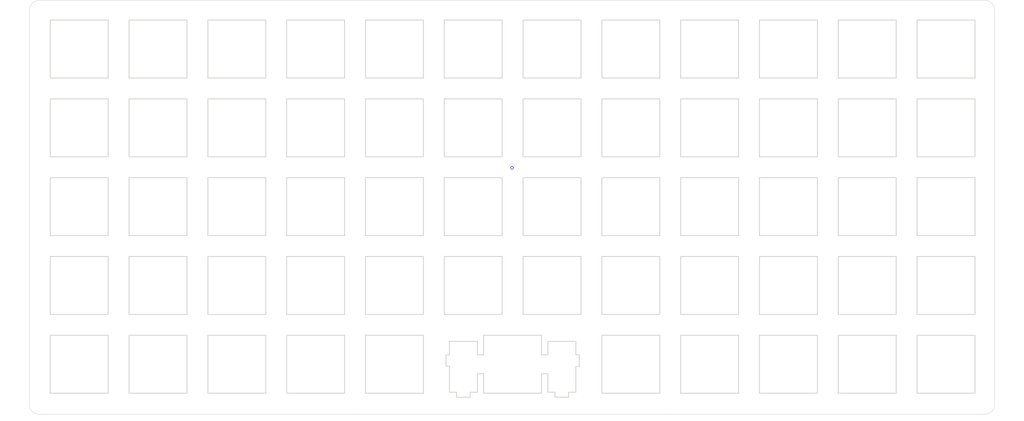
<source format=kicad_pcb>
(kicad_pcb (version 20171130) (host pcbnew "(5.1.9)-1")

  (general
    (thickness 1.6)
    (drawings 276)
    (tracks 1)
    (zones 0)
    (modules 10)
    (nets 1)
  )

  (page A2)
  (layers
    (0 F.Cu signal)
    (31 B.Cu signal)
    (32 B.Adhes user)
    (33 F.Adhes user)
    (34 B.Paste user)
    (35 F.Paste user)
    (36 B.SilkS user)
    (37 F.SilkS user)
    (38 B.Mask user)
    (39 F.Mask user)
    (40 Dwgs.User user)
    (41 Cmts.User user)
    (42 Eco1.User user)
    (43 Eco2.User user)
    (44 Edge.Cuts user)
    (45 Margin user)
    (46 B.CrtYd user)
    (47 F.CrtYd user)
    (48 B.Fab user)
    (49 F.Fab user)
  )

  (setup
    (last_trace_width 0.25)
    (trace_clearance 0.2)
    (zone_clearance 0.508)
    (zone_45_only no)
    (trace_min 0.2)
    (via_size 0.8)
    (via_drill 0.4)
    (via_min_size 0.4)
    (via_min_drill 0.3)
    (uvia_size 0.3)
    (uvia_drill 0.1)
    (uvias_allowed no)
    (uvia_min_size 0.2)
    (uvia_min_drill 0.1)
    (edge_width 0.1)
    (segment_width 0.2)
    (pcb_text_width 0.3)
    (pcb_text_size 1.5 1.5)
    (mod_edge_width 0.15)
    (mod_text_size 1 1)
    (mod_text_width 0.15)
    (pad_size 1.5 1.5)
    (pad_drill 0.6)
    (pad_to_mask_clearance 0)
    (aux_axis_origin 0 0)
    (visible_elements 7FFFF7FF)
    (pcbplotparams
      (layerselection 0x010fc_ffffffff)
      (usegerberextensions false)
      (usegerberattributes false)
      (usegerberadvancedattributes false)
      (creategerberjobfile false)
      (excludeedgelayer true)
      (linewidth 0.100000)
      (plotframeref false)
      (viasonmask false)
      (mode 1)
      (useauxorigin false)
      (hpglpennumber 1)
      (hpglpenspeed 20)
      (hpglpendiameter 15.000000)
      (psnegative false)
      (psa4output false)
      (plotreference true)
      (plotvalue true)
      (plotinvisibletext false)
      (padsonsilk false)
      (subtractmaskfromsilk false)
      (outputformat 1)
      (mirror false)
      (drillshape 0)
      (scaleselection 1)
      (outputdirectory "Gerbers/Top/"))
  )

  (net 0 "")

  (net_class Default "This is the default net class."
    (clearance 0.2)
    (trace_width 0.25)
    (via_dia 0.8)
    (via_drill 0.4)
    (uvia_dia 0.3)
    (uvia_drill 0.1)
  )

  (module MountingHole:MountingHole_2.2mm_M2 (layer F.Cu) (tedit 56D1B4CB) (tstamp 60A2E801)
    (at 121.4463 59.5325)
    (descr "Mounting Hole 2.2mm, no annular, M2")
    (tags "mounting hole 2.2mm no annular m2")
    (attr virtual)
    (fp_text reference REF** (at 0 -3.2) (layer F.SilkS) hide
      (effects (font (size 1 1) (thickness 0.15)))
    )
    (fp_text value MountingHole_2.2mm_M2 (at 0 3.2) (layer F.Fab)
      (effects (font (size 1 1) (thickness 0.15)))
    )
    (fp_circle (center 0 0) (end 2.45 0) (layer F.CrtYd) (width 0.05))
    (fp_circle (center 0 0) (end 2.2 0) (layer Cmts.User) (width 0.15))
    (fp_text user %R (at 0.3 0) (layer F.Fab)
      (effects (font (size 1 1) (thickness 0.15)))
    )
    (pad 1 np_thru_hole circle (at 0 0) (size 2.2 2.2) (drill 2.2) (layers *.Cu *.Mask))
  )

  (module MountingHole:MountingHole_2.2mm_M2 (layer F.Cu) (tedit 56D1B4CB) (tstamp 60A2E826)
    (at 197.6479 59.5325)
    (descr "Mounting Hole 2.2mm, no annular, M2")
    (tags "mounting hole 2.2mm no annular m2")
    (attr virtual)
    (fp_text reference REF** (at 0 -3.2) (layer F.SilkS) hide
      (effects (font (size 1 1) (thickness 0.15)))
    )
    (fp_text value MountingHole_2.2mm_M2 (at 0 3.2) (layer F.Fab)
      (effects (font (size 1 1) (thickness 0.15)))
    )
    (fp_circle (center 0 0) (end 2.45 0) (layer F.CrtYd) (width 0.05))
    (fp_circle (center 0 0) (end 2.2 0) (layer Cmts.User) (width 0.15))
    (fp_text user %R (at 0.3 0) (layer F.Fab)
      (effects (font (size 1 1) (thickness 0.15)))
    )
    (pad 1 np_thru_hole circle (at 0 0) (size 2.2 2.2) (drill 2.2) (layers *.Cu *.Mask))
  )

  (module MountingHole:MountingHole_2.2mm_M2 (layer F.Cu) (tedit 56D1B4CB) (tstamp 60A1CF15)
    (at 273.8495 116.6837)
    (descr "Mounting Hole 2.2mm, no annular, M2")
    (tags "mounting hole 2.2mm no annular m2")
    (attr virtual)
    (fp_text reference REF** (at 0 -3.2) (layer F.SilkS) hide
      (effects (font (size 1 1) (thickness 0.15)))
    )
    (fp_text value MountingHole_2.2mm_M2 (at 0 3.2) (layer F.Fab)
      (effects (font (size 1 1) (thickness 0.15)))
    )
    (fp_circle (center 0 0) (end 2.45 0) (layer F.CrtYd) (width 0.05))
    (fp_circle (center 0 0) (end 2.2 0) (layer Cmts.User) (width 0.15))
    (fp_text user %R (at 0.3 0) (layer F.Fab)
      (effects (font (size 1 1) (thickness 0.15)))
    )
    (pad 1 np_thru_hole circle (at 0 0) (size 2.2 2.2) (drill 2.2) (layers *.Cu *.Mask))
  )

  (module MountingHole:MountingHole_2.2mm_M2 (layer F.Cu) (tedit 56D1B4CB) (tstamp 60A1CEEA)
    (at 273.8495 21.4317)
    (descr "Mounting Hole 2.2mm, no annular, M2")
    (tags "mounting hole 2.2mm no annular m2")
    (attr virtual)
    (fp_text reference REF** (at 0 -3.2) (layer F.SilkS) hide
      (effects (font (size 1 1) (thickness 0.15)))
    )
    (fp_text value MountingHole_2.2mm_M2 (at 0 3.2) (layer F.Fab)
      (effects (font (size 1 1) (thickness 0.15)))
    )
    (fp_circle (center 0 0) (end 2.45 0) (layer F.CrtYd) (width 0.05))
    (fp_circle (center 0 0) (end 2.2 0) (layer Cmts.User) (width 0.15))
    (fp_text user %R (at 0.3 0) (layer F.Fab)
      (effects (font (size 1 1) (thickness 0.15)))
    )
    (pad 1 np_thru_hole circle (at 0 0) (size 2.2 2.2) (drill 2.2) (layers *.Cu *.Mask))
  )

  (module MountingHole:MountingHole_2.2mm_M2 (layer F.Cu) (tedit 56D1B4CB) (tstamp 60A1CEBE)
    (at 197.6479 116.6837)
    (descr "Mounting Hole 2.2mm, no annular, M2")
    (tags "mounting hole 2.2mm no annular m2")
    (attr virtual)
    (fp_text reference REF** (at 0 -3.2) (layer F.SilkS) hide
      (effects (font (size 1 1) (thickness 0.15)))
    )
    (fp_text value MountingHole_2.2mm_M2 (at 0 3.2) (layer F.Fab)
      (effects (font (size 1 1) (thickness 0.15)))
    )
    (fp_circle (center 0 0) (end 2.45 0) (layer F.CrtYd) (width 0.05))
    (fp_circle (center 0 0) (end 2.2 0) (layer Cmts.User) (width 0.15))
    (fp_text user %R (at 0.3 0) (layer F.Fab)
      (effects (font (size 1 1) (thickness 0.15)))
    )
    (pad 1 np_thru_hole circle (at 0 0) (size 2.2 2.2) (drill 2.2) (layers *.Cu *.Mask))
  )

  (module MountingHole:MountingHole_2.2mm_M2 (layer F.Cu) (tedit 56D1B4CB) (tstamp 60A1CE9A)
    (at 197.6479 21.4317)
    (descr "Mounting Hole 2.2mm, no annular, M2")
    (tags "mounting hole 2.2mm no annular m2")
    (attr virtual)
    (fp_text reference REF** (at 0 -3.2) (layer F.SilkS) hide
      (effects (font (size 1 1) (thickness 0.15)))
    )
    (fp_text value MountingHole_2.2mm_M2 (at 0 3.2) (layer F.Fab)
      (effects (font (size 1 1) (thickness 0.15)))
    )
    (fp_circle (center 0 0) (end 2.45 0) (layer F.CrtYd) (width 0.05))
    (fp_circle (center 0 0) (end 2.2 0) (layer Cmts.User) (width 0.15))
    (fp_text user %R (at 0.3 0) (layer F.Fab)
      (effects (font (size 1 1) (thickness 0.15)))
    )
    (pad 1 np_thru_hole circle (at 0 0) (size 2.2 2.2) (drill 2.2) (layers *.Cu *.Mask))
  )

  (module MountingHole:MountingHole_2.2mm_M2 (layer F.Cu) (tedit 56D1B4CB) (tstamp 60A1CE5A)
    (at 121.4463 116.6837)
    (descr "Mounting Hole 2.2mm, no annular, M2")
    (tags "mounting hole 2.2mm no annular m2")
    (attr virtual)
    (fp_text reference REF** (at 0 -3.2) (layer F.SilkS) hide
      (effects (font (size 1 1) (thickness 0.15)))
    )
    (fp_text value MountingHole_2.2mm_M2 (at 0 3.2) (layer F.Fab)
      (effects (font (size 1 1) (thickness 0.15)))
    )
    (fp_circle (center 0 0) (end 2.45 0) (layer F.CrtYd) (width 0.05))
    (fp_circle (center 0 0) (end 2.2 0) (layer Cmts.User) (width 0.15))
    (fp_text user %R (at 0.3 0) (layer F.Fab)
      (effects (font (size 1 1) (thickness 0.15)))
    )
    (pad 1 np_thru_hole circle (at 0 0) (size 2.2 2.2) (drill 2.2) (layers *.Cu *.Mask))
  )

  (module MountingHole:MountingHole_2.2mm_M2 (layer F.Cu) (tedit 56D1B4CB) (tstamp 60A1CE36)
    (at 121.4463 21.4317)
    (descr "Mounting Hole 2.2mm, no annular, M2")
    (tags "mounting hole 2.2mm no annular m2")
    (attr virtual)
    (fp_text reference REF** (at 0 -3.2) (layer F.SilkS) hide
      (effects (font (size 1 1) (thickness 0.15)))
    )
    (fp_text value MountingHole_2.2mm_M2 (at 0 3.2) (layer F.Fab)
      (effects (font (size 1 1) (thickness 0.15)))
    )
    (fp_circle (center 0 0) (end 2.45 0) (layer F.CrtYd) (width 0.05))
    (fp_circle (center 0 0) (end 2.2 0) (layer Cmts.User) (width 0.15))
    (fp_text user %R (at 0.3 0) (layer F.Fab)
      (effects (font (size 1 1) (thickness 0.15)))
    )
    (pad 1 np_thru_hole circle (at 0 0) (size 2.2 2.2) (drill 2.2) (layers *.Cu *.Mask))
  )

  (module MountingHole:MountingHole_2.2mm_M2 (layer F.Cu) (tedit 56D1B4CB) (tstamp 60A1CE01)
    (at 45.2447 116.6837)
    (descr "Mounting Hole 2.2mm, no annular, M2")
    (tags "mounting hole 2.2mm no annular m2")
    (attr virtual)
    (fp_text reference REF** (at 0 -3.2) (layer F.SilkS) hide
      (effects (font (size 1 1) (thickness 0.15)))
    )
    (fp_text value MountingHole_2.2mm_M2 (at 0 3.2) (layer F.Fab)
      (effects (font (size 1 1) (thickness 0.15)))
    )
    (fp_circle (center 0 0) (end 2.45 0) (layer F.CrtYd) (width 0.05))
    (fp_circle (center 0 0) (end 2.2 0) (layer Cmts.User) (width 0.15))
    (fp_text user %R (at 0.3 0) (layer F.Fab)
      (effects (font (size 1 1) (thickness 0.15)))
    )
    (pad 1 np_thru_hole circle (at 0 0) (size 2.2 2.2) (drill 2.2) (layers *.Cu *.Mask))
  )

  (module MountingHole:MountingHole_2.2mm_M2 (layer F.Cu) (tedit 56D1B4CB) (tstamp 60A1CDD4)
    (at 45.2447 21.4317)
    (descr "Mounting Hole 2.2mm, no annular, M2")
    (tags "mounting hole 2.2mm no annular m2")
    (attr virtual)
    (fp_text reference REF** (at 0 -3.2) (layer F.SilkS) hide
      (effects (font (size 1 1) (thickness 0.15)))
    )
    (fp_text value MountingHole_2.2mm_M2 (at 0 3.2) (layer F.Fab)
      (effects (font (size 1 1) (thickness 0.15)))
    )
    (fp_circle (center 0 0) (end 2.45 0) (layer F.CrtYd) (width 0.05))
    (fp_circle (center 0 0) (end 2.2 0) (layer Cmts.User) (width 0.15))
    (fp_text user %R (at 0.3 0) (layer F.Fab)
      (effects (font (size 1 1) (thickness 0.15)))
    )
    (pad 1 np_thru_hole circle (at 0 0) (size 2.2 2.2) (drill 2.2) (layers *.Cu *.Mask))
  )

  (gr_line (start 61.9138 37.8123) (end 47.91425 37.8123) (layer Edge.Cuts) (width 0.2) (tstamp 60CD7FB1))
  (gr_line (start 47.91425 37.8123) (end 47.91425 23.813) (layer Edge.Cuts) (width 0.2) (tstamp 60CD7FB4))
  (gr_line (start 238.4146 61.913) (end 252.4136 61.913) (layer Edge.Cuts) (width 0.2) (tstamp 60CD7FB7))
  (gr_line (start 257.4646 75.9123) (end 257.4646 61.913) (layer Edge.Cuts) (width 0.2) (tstamp 60CD7FBA))
  (gr_line (start 238.4146 75.9123) (end 238.4146 61.913) (layer Edge.Cuts) (width 0.2) (tstamp 60CD7FBD))
  (gr_line (start 219.3646 75.9123) (end 219.3646 61.913) (layer Edge.Cuts) (width 0.2) (tstamp 60CD7FC0))
  (gr_line (start 176.2136 75.9123) (end 162.2126 75.9123) (layer Edge.Cuts) (width 0.2) (tstamp 60CD7FC3))
  (gr_line (start 195.2636 75.9123) (end 181.2646 75.9123) (layer Edge.Cuts) (width 0.2) (tstamp 60CD7FC6))
  (gr_line (start 271.4636 75.9123) (end 257.4646 75.9123) (layer Edge.Cuts) (width 0.2) (tstamp 60CD7FC9))
  (gr_line (start 252.4136 61.913) (end 252.4136 75.9123) (layer Edge.Cuts) (width 0.2) (tstamp 60CD7FCC))
  (gr_line (start 257.4646 56.8623) (end 257.4646 42.863) (layer Edge.Cuts) (width 0.2) (tstamp 60CD7FCF))
  (gr_line (start 271.4636 56.8623) (end 257.4646 56.8623) (layer Edge.Cuts) (width 0.2) (tstamp 60CD7FD2))
  (gr_line (start 47.91425 61.913) (end 61.9138 61.913) (layer Edge.Cuts) (width 0.2) (tstamp 60CD7FD5))
  (gr_line (start 233.3636 61.913) (end 233.3636 75.9123) (layer Edge.Cuts) (width 0.2) (tstamp 60CD7FD8))
  (gr_line (start 86.0143 61.913) (end 100.0136 61.913) (layer Edge.Cuts) (width 0.2) (tstamp 60CD7FDB))
  (gr_line (start 124.1143 61.913) (end 138.1136 61.913) (layer Edge.Cuts) (width 0.2) (tstamp 60CD7FDE))
  (gr_line (start 233.3636 75.9123) (end 219.3646 75.9123) (layer Edge.Cuts) (width 0.2) (tstamp 60CD7FE1))
  (gr_line (start 271.4636 42.863) (end 271.4636 56.8623) (layer Edge.Cuts) (width 0.2) (tstamp 60CD7FE4))
  (gr_line (start 257.4646 42.863) (end 271.4636 42.863) (layer Edge.Cuts) (width 0.2) (tstamp 60CD7FE7))
  (gr_line (start 124.1143 75.9123) (end 124.1143 61.913) (layer Edge.Cuts) (width 0.2) (tstamp 60CD7FEA))
  (gr_line (start 162.2126 75.9123) (end 162.2126 61.913) (layer Edge.Cuts) (width 0.2) (tstamp 60CD7FED))
  (gr_line (start 47.91425 75.9123) (end 47.91425 61.913) (layer Edge.Cuts) (width 0.2) (tstamp 60CD7FF0))
  (gr_line (start 61.9138 75.9123) (end 47.91425 75.9123) (layer Edge.Cuts) (width 0.2) (tstamp 60CD7FF3))
  (gr_line (start 66.9643 61.913) (end 80.9636 61.913) (layer Edge.Cuts) (width 0.2) (tstamp 60CD7FF6))
  (gr_line (start 162.2126 61.913) (end 176.2136 61.913) (layer Edge.Cuts) (width 0.2) (tstamp 60CD7FF9))
  (gr_line (start 119.0636 61.913) (end 119.0636 75.9123) (layer Edge.Cuts) (width 0.2) (tstamp 60CD7FFC))
  (gr_line (start 157.1636 61.913) (end 157.1636 75.9123) (layer Edge.Cuts) (width 0.2) (tstamp 60CD7FFF))
  (gr_line (start 271.4636 61.913) (end 271.4636 75.9123) (layer Edge.Cuts) (width 0.2) (tstamp 60CD8002))
  (gr_line (start 214.3136 75.9123) (end 200.3146 75.9123) (layer Edge.Cuts) (width 0.2) (tstamp 60CD8005))
  (gr_line (start 138.1136 61.913) (end 138.1136 75.9123) (layer Edge.Cuts) (width 0.2) (tstamp 60CD8008))
  (gr_line (start 195.2636 61.913) (end 195.2636 75.9123) (layer Edge.Cuts) (width 0.2) (tstamp 60CD800B))
  (gr_line (start 200.3146 75.9123) (end 200.3146 61.913) (layer Edge.Cuts) (width 0.2) (tstamp 60CD800E))
  (gr_line (start 143.1629 61.913) (end 157.1636 61.913) (layer Edge.Cuts) (width 0.2) (tstamp 60CD8011))
  (gr_line (start 176.2136 61.913) (end 176.2136 75.9123) (layer Edge.Cuts) (width 0.2) (tstamp 60CD8014))
  (gr_line (start 200.3146 61.913) (end 214.3136 61.913) (layer Edge.Cuts) (width 0.2) (tstamp 60CD8017))
  (gr_line (start 214.3136 61.913) (end 214.3136 75.9123) (layer Edge.Cuts) (width 0.2) (tstamp 60CD801A))
  (gr_line (start 181.2646 75.9123) (end 181.2646 61.913) (layer Edge.Cuts) (width 0.2) (tstamp 60CD801D))
  (gr_line (start 157.1636 75.9123) (end 143.1629 75.9123) (layer Edge.Cuts) (width 0.2) (tstamp 60CD8020))
  (gr_line (start 61.9138 61.913) (end 61.9138 75.9123) (layer Edge.Cuts) (width 0.2) (tstamp 60CD8023))
  (gr_line (start 105.0643 75.9123) (end 105.0643 61.913) (layer Edge.Cuts) (width 0.2) (tstamp 60CD8026))
  (gr_line (start 66.9643 75.9123) (end 66.9643 61.913) (layer Edge.Cuts) (width 0.2) (tstamp 60CD8029))
  (gr_line (start 80.9636 75.9123) (end 66.9643 75.9123) (layer Edge.Cuts) (width 0.2) (tstamp 60CD802C))
  (gr_line (start 100.0136 75.9123) (end 86.0143 75.9123) (layer Edge.Cuts) (width 0.2) (tstamp 60CD802F))
  (gr_line (start 143.1629 75.9123) (end 143.1629 61.913) (layer Edge.Cuts) (width 0.2) (tstamp 60CD8032))
  (gr_line (start 181.2646 61.913) (end 195.2636 61.913) (layer Edge.Cuts) (width 0.2) (tstamp 60CD8035))
  (gr_line (start 80.9636 61.913) (end 80.9636 75.9123) (layer Edge.Cuts) (width 0.2) (tstamp 60CD8038))
  (gr_line (start 86.0143 75.9123) (end 86.0143 61.913) (layer Edge.Cuts) (width 0.2) (tstamp 60CD803B))
  (gr_line (start 100.0136 61.913) (end 100.0136 75.9123) (layer Edge.Cuts) (width 0.2) (tstamp 60CD803E))
  (gr_line (start 105.0643 61.913) (end 119.0636 61.913) (layer Edge.Cuts) (width 0.2) (tstamp 60CD8041))
  (gr_line (start 219.3646 61.913) (end 233.3636 61.913) (layer Edge.Cuts) (width 0.2) (tstamp 60CD8044))
  (gr_line (start 252.4136 75.9123) (end 238.4146 75.9123) (layer Edge.Cuts) (width 0.2) (tstamp 60CD8047))
  (gr_line (start 119.0636 75.9123) (end 105.0643 75.9123) (layer Edge.Cuts) (width 0.2) (tstamp 60CD804A))
  (gr_line (start 138.1136 75.9123) (end 124.1143 75.9123) (layer Edge.Cuts) (width 0.2) (tstamp 60CD804D))
  (gr_line (start 257.4646 61.913) (end 271.4636 61.913) (layer Edge.Cuts) (width 0.2) (tstamp 60CD8050))
  (gr_line (start 80.9636 114.01246) (end 66.9643 114.01246) (layer Edge.Cuts) (width 0.2) (tstamp 60CD8053))
  (gr_line (start 100.0136 114.01246) (end 86.0143 114.01246) (layer Edge.Cuts) (width 0.2) (tstamp 60CD8056))
  (gr_line (start 100.0136 100.013) (end 100.0136 114.01246) (layer Edge.Cuts) (width 0.2) (tstamp 60CD8059))
  (gr_line (start 162.2126 94.9625) (end 162.2126 80.9631) (layer Edge.Cuts) (width 0.2) (tstamp 60CD805C))
  (gr_line (start 238.4146 80.9631) (end 252.4136 80.9631) (layer Edge.Cuts) (width 0.2) (tstamp 60CD805F))
  (gr_line (start 80.9636 100.013) (end 80.9636 114.01246) (layer Edge.Cuts) (width 0.2) (tstamp 60CD8062))
  (gr_line (start 66.9643 94.9625) (end 66.9643 80.9631) (layer Edge.Cuts) (width 0.2) (tstamp 60CD8065))
  (gr_line (start 86.0143 114.01246) (end 86.0143 100.013) (layer Edge.Cuts) (width 0.2) (tstamp 60CD8068))
  (gr_line (start 181.2646 94.9625) (end 181.2646 80.9631) (layer Edge.Cuts) (width 0.2) (tstamp 60CD806B))
  (gr_line (start 214.3136 80.9631) (end 214.3136 94.9625) (layer Edge.Cuts) (width 0.2) (tstamp 60CD806E))
  (gr_line (start 61.9138 80.9631) (end 61.9138 94.9625) (layer Edge.Cuts) (width 0.2) (tstamp 60CD8071))
  (gr_line (start 47.91425 80.9631) (end 61.9138 80.9631) (layer Edge.Cuts) (width 0.2) (tstamp 60CD8074))
  (gr_line (start 195.2636 80.9631) (end 195.2636 94.9625) (layer Edge.Cuts) (width 0.2) (tstamp 60CD8077))
  (gr_line (start 80.9636 80.9631) (end 80.9636 94.9625) (layer Edge.Cuts) (width 0.2) (tstamp 60CD807A))
  (gr_line (start 86.0143 100.013) (end 100.0136 100.013) (layer Edge.Cuts) (width 0.2) (tstamp 60CD807D))
  (gr_line (start 61.9138 114.01246) (end 47.91425 114.01246) (layer Edge.Cuts) (width 0.2) (tstamp 60CD8080))
  (gr_line (start 195.2636 94.9625) (end 181.2646 94.9625) (layer Edge.Cuts) (width 0.2) (tstamp 60CD8083))
  (gr_line (start 66.9643 80.9631) (end 80.9636 80.9631) (layer Edge.Cuts) (width 0.2) (tstamp 60CD8086))
  (gr_line (start 119.0636 94.9625) (end 105.0643 94.9625) (layer Edge.Cuts) (width 0.2) (tstamp 60CD8089))
  (gr_line (start 257.4646 80.9631) (end 271.4636 80.9631) (layer Edge.Cuts) (width 0.2) (tstamp 60CD808C))
  (gr_line (start 86.0143 94.9625) (end 86.0143 80.9631) (layer Edge.Cuts) (width 0.2) (tstamp 60CD808F))
  (gr_line (start 86.0143 80.9631) (end 100.0136 80.9631) (layer Edge.Cuts) (width 0.2) (tstamp 60CD8092))
  (gr_line (start 124.1143 80.9631) (end 138.1136 80.9631) (layer Edge.Cuts) (width 0.2) (tstamp 60CD8095))
  (gr_line (start 143.1629 80.9631) (end 157.1636 80.9631) (layer Edge.Cuts) (width 0.2) (tstamp 60CD8098))
  (gr_line (start 105.0643 114.01246) (end 105.0643 100.013) (layer Edge.Cuts) (width 0.2) (tstamp 60CD809B))
  (gr_line (start 124.1143 94.9625) (end 124.1143 80.9631) (layer Edge.Cuts) (width 0.2) (tstamp 60CD809E))
  (gr_line (start 138.1136 80.9631) (end 138.1136 94.9625) (layer Edge.Cuts) (width 0.2) (tstamp 60CD80A1))
  (gr_line (start 181.2646 80.9631) (end 195.2636 80.9631) (layer Edge.Cuts) (width 0.2) (tstamp 60CD80A4))
  (gr_line (start 119.0636 80.9631) (end 119.0636 94.9625) (layer Edge.Cuts) (width 0.2) (tstamp 60CD80A7))
  (gr_line (start 257.4646 94.9625) (end 257.4646 80.9631) (layer Edge.Cuts) (width 0.2) (tstamp 60CD80AA))
  (gr_line (start 105.0643 100.013) (end 119.0636 100.013) (layer Edge.Cuts) (width 0.2) (tstamp 60CD80AD))
  (gr_line (start 105.0643 80.9631) (end 119.0636 80.9631) (layer Edge.Cuts) (width 0.2) (tstamp 60CD80B0))
  (gr_line (start 66.9643 114.01246) (end 66.9643 100.013) (layer Edge.Cuts) (width 0.2) (tstamp 60CD80B3))
  (gr_line (start 176.2136 80.9631) (end 176.2136 94.9625) (layer Edge.Cuts) (width 0.2) (tstamp 60CD80B6))
  (gr_line (start 157.1636 94.9625) (end 143.1629 94.9625) (layer Edge.Cuts) (width 0.2) (tstamp 60CD80B9))
  (gr_line (start 162.2126 80.9631) (end 176.2136 80.9631) (layer Edge.Cuts) (width 0.2) (tstamp 60CD80BC))
  (gr_line (start 176.2136 94.9625) (end 162.2126 94.9625) (layer Edge.Cuts) (width 0.2) (tstamp 60CD80BF))
  (gr_line (start 271.4636 94.9625) (end 257.4646 94.9625) (layer Edge.Cuts) (width 0.2) (tstamp 60CD80C2))
  (gr_line (start 271.4636 80.9631) (end 271.4636 94.9625) (layer Edge.Cuts) (width 0.2) (tstamp 60CD80C5))
  (gr_line (start 119.0636 100.013) (end 119.0636 114.01246) (layer Edge.Cuts) (width 0.2) (tstamp 60CD80C8))
  (gr_line (start 214.3136 94.9625) (end 200.3146 94.9625) (layer Edge.Cuts) (width 0.2) (tstamp 60CD80CB))
  (gr_line (start 219.3646 94.9625) (end 219.3646 80.9631) (layer Edge.Cuts) (width 0.2) (tstamp 60CD80CE))
  (gr_line (start 252.4136 80.9631) (end 252.4136 94.9625) (layer Edge.Cuts) (width 0.2) (tstamp 60CD80D1))
  (gr_line (start 143.1629 94.9625) (end 143.1629 80.9631) (layer Edge.Cuts) (width 0.2) (tstamp 60CD80D4))
  (gr_line (start 157.1636 80.9631) (end 157.1636 94.9625) (layer Edge.Cuts) (width 0.2) (tstamp 60CD80D7))
  (gr_line (start 200.3146 80.9631) (end 214.3136 80.9631) (layer Edge.Cuts) (width 0.2) (tstamp 60CD80DA))
  (gr_line (start 119.0636 114.01246) (end 105.0643 114.01246) (layer Edge.Cuts) (width 0.2) (tstamp 60CD80DD))
  (gr_line (start 61.9138 100.013) (end 61.9138 114.01246) (layer Edge.Cuts) (width 0.2) (tstamp 60CD80E0))
  (gr_line (start 47.91425 94.9625) (end 47.91425 80.9631) (layer Edge.Cuts) (width 0.2) (tstamp 60CD80E3))
  (gr_line (start 252.4136 94.9625) (end 238.4146 94.9625) (layer Edge.Cuts) (width 0.2) (tstamp 60CD80E6))
  (gr_line (start 238.4146 94.9625) (end 238.4146 80.9631) (layer Edge.Cuts) (width 0.2) (tstamp 60CD80E9))
  (gr_line (start 61.9138 94.9625) (end 47.91425 94.9625) (layer Edge.Cuts) (width 0.2) (tstamp 60CD80EC))
  (gr_line (start 100.0136 80.9631) (end 100.0136 94.9625) (layer Edge.Cuts) (width 0.2) (tstamp 60CD80EF))
  (gr_line (start 233.3636 94.9625) (end 219.3646 94.9625) (layer Edge.Cuts) (width 0.2) (tstamp 60CD80F2))
  (gr_line (start 219.3646 80.9631) (end 233.3636 80.9631) (layer Edge.Cuts) (width 0.2) (tstamp 60CD80F5))
  (gr_line (start 105.0643 94.9625) (end 105.0643 80.9631) (layer Edge.Cuts) (width 0.2) (tstamp 60CD80F8))
  (gr_line (start 233.3636 80.9631) (end 233.3636 94.9625) (layer Edge.Cuts) (width 0.2) (tstamp 60CD80FB))
  (gr_line (start 66.9643 100.013) (end 80.9636 100.013) (layer Edge.Cuts) (width 0.2) (tstamp 60CD80FE))
  (gr_line (start 138.1136 94.9625) (end 124.1143 94.9625) (layer Edge.Cuts) (width 0.2) (tstamp 60CD8101))
  (gr_line (start 47.91425 100.013) (end 61.9138 100.013) (layer Edge.Cuts) (width 0.2) (tstamp 60CD8104))
  (gr_line (start 80.9636 94.9625) (end 66.9643 94.9625) (layer Edge.Cuts) (width 0.2) (tstamp 60CD8107))
  (gr_line (start 100.0136 94.9625) (end 86.0143 94.9625) (layer Edge.Cuts) (width 0.2) (tstamp 60CD810A))
  (gr_line (start 200.3146 94.9625) (end 200.3146 80.9631) (layer Edge.Cuts) (width 0.2) (tstamp 60CD810D))
  (gr_line (start 47.91425 114.01246) (end 47.91425 100.013) (layer Edge.Cuts) (width 0.2) (tstamp 60CD8110))
  (gr_line (start 238.4146 100.013) (end 252.4136 100.013) (layer Edge.Cuts) (width 0.2) (tstamp 60CD8113))
  (gr_line (start 271.4636 114.01246) (end 257.4646 114.01246) (layer Edge.Cuts) (width 0.2) (tstamp 60CD8116))
  (gr_line (start 168.2146 104.7135) (end 166.6886 104.7135) (layer Edge.Cuts) (width 0.2) (tstamp 60CD8119))
  (gr_line (start 166.6886 109.31199) (end 168.2146 109.31199) (layer Edge.Cuts) (width 0.2) (tstamp 60CD811C))
  (gr_line (start 166.6886 100.013) (end 152.6896 100.013) (layer Edge.Cuts) (width 0.2) (tstamp 60CD811F))
  (gr_line (start 152.6896 114.01246) (end 166.6886 114.01246) (layer Edge.Cuts) (width 0.2) (tstamp 60CD8122))
  (gr_line (start 144.4128 101.4833) (end 144.4128 104.7135) (layer Edge.Cuts) (width 0.2) (tstamp 60CD8125))
  (gr_line (start 214.3136 114.01246) (end 200.3146 114.01246) (layer Edge.Cuts) (width 0.2) (tstamp 60CD8128))
  (gr_line (start 200.3146 114.01246) (end 200.3146 100.013) (layer Edge.Cuts) (width 0.2) (tstamp 60CD812B))
  (gr_line (start 138.1136 114.01246) (end 124.1143 114.01246) (layer Edge.Cuts) (width 0.2) (tstamp 60CD812E))
  (gr_line (start 124.1143 100.013) (end 138.1136 100.013) (layer Edge.Cuts) (width 0.2) (tstamp 60CD8131))
  (gr_line (start 169.9396 113.78233) (end 169.9396 114.9826) (layer Edge.Cuts) (width 0.2) (tstamp 60CD8134))
  (gr_line (start 195.2636 114.01246) (end 181.2646 114.01246) (layer Edge.Cuts) (width 0.2) (tstamp 60CD8137))
  (gr_line (start 181.2646 114.01246) (end 181.2646 100.013) (layer Edge.Cuts) (width 0.2) (tstamp 60CD813A))
  (gr_line (start 168.2146 113.78233) (end 169.9396 113.78233) (layer Edge.Cuts) (width 0.2) (tstamp 60CD813D))
  (gr_line (start 195.2636 100.013) (end 195.2636 114.01246) (layer Edge.Cuts) (width 0.2) (tstamp 60CD8140))
  (gr_line (start 151.1636 109.31199) (end 152.6896 109.31199) (layer Edge.Cuts) (width 0.2) (tstamp 60CD8143))
  (gr_line (start 144.4128 107.51226) (end 144.4128 113.78233) (layer Edge.Cuts) (width 0.2) (tstamp 60CD8149))
  (gr_line (start 174.9636 113.78233) (end 174.9636 107.51226) (layer Edge.Cuts) (width 0.2) (tstamp 60CD814C))
  (gr_line (start 181.2646 100.013) (end 195.2636 100.013) (layer Edge.Cuts) (width 0.2) (tstamp 60CD814F))
  (gr_line (start 214.3136 100.013) (end 214.3136 114.01246) (layer Edge.Cuts) (width 0.2) (tstamp 60CD8152))
  (gr_line (start 233.3636 114.01246) (end 219.3646 114.01246) (layer Edge.Cuts) (width 0.2) (tstamp 60CD8155))
  (gr_line (start 233.3636 100.013) (end 233.3636 114.01246) (layer Edge.Cuts) (width 0.2) (tstamp 60CD8158))
  (gr_line (start 152.6896 100.013) (end 152.6896 104.7135) (layer Edge.Cuts) (width 0.2) (tstamp 60CD815B))
  (gr_line (start 252.4136 114.01246) (end 238.4146 114.01246) (layer Edge.Cuts) (width 0.2) (tstamp 60CD815E))
  (gr_line (start 143.5887 107.51226) (end 144.4128 107.51226) (layer Edge.Cuts) (width 0.2) (tstamp 60CD8161))
  (gr_line (start 257.4646 114.01246) (end 257.4646 100.013) (layer Edge.Cuts) (width 0.2) (tstamp 60CD8164))
  (gr_line (start 152.6896 109.31199) (end 152.6896 114.01246) (layer Edge.Cuts) (width 0.2) (tstamp 60CD8167))
  (gr_line (start 257.4646 100.013) (end 271.4636 100.013) (layer Edge.Cuts) (width 0.2) (tstamp 60CD816A))
  (gr_line (start 166.6886 104.7135) (end 166.6886 100.013) (layer Edge.Cuts) (width 0.2) (tstamp 60CD816D))
  (gr_line (start 168.2146 109.31199) (end 168.2146 113.78233) (layer Edge.Cuts) (width 0.2) (tstamp 60CD8170))
  (gr_line (start 168.2146 101.4833) (end 168.2146 104.7135) (layer Edge.Cuts) (width 0.2) (tstamp 60CD8173))
  (gr_line (start 175.7896 104.7135) (end 174.9636 104.7135) (layer Edge.Cuts) (width 0.2) (tstamp 60CD8176))
  (gr_line (start 151.1636 113.78233) (end 151.1636 109.31199) (layer Edge.Cuts) (width 0.2) (tstamp 60CD8179))
  (gr_line (start 174.9636 101.4833) (end 168.2146 101.4833) (layer Edge.Cuts) (width 0.2) (tstamp 60CD817C))
  (gr_line (start 144.4128 113.78233) (end 146.1396 113.78233) (layer Edge.Cuts) (width 0.2) (tstamp 60CD8182))
  (gr_line (start 146.1396 114.9826) (end 149.4386 114.9826) (layer Edge.Cuts) (width 0.2) (tstamp 60CD8185))
  (gr_line (start 151.1636 104.7135) (end 151.1636 101.4833) (layer Edge.Cuts) (width 0.2) (tstamp 60CD8188))
  (gr_line (start 174.9636 107.51226) (end 175.7896 107.51226) (layer Edge.Cuts) (width 0.2) (tstamp 60CD818B))
  (gr_line (start 166.6886 114.01246) (end 166.6886 109.31199) (layer Edge.Cuts) (width 0.2) (tstamp 60CD818E))
  (gr_line (start 144.4128 104.7135) (end 143.5887 104.7135) (layer Edge.Cuts) (width 0.2) (tstamp 60CD8191))
  (gr_line (start 151.1636 101.4833) (end 144.4128 101.4833) (layer Edge.Cuts) (width 0.2) (tstamp 60CD8194))
  (gr_line (start 152.6896 104.7135) (end 151.1636 104.7135) (layer Edge.Cuts) (width 0.2) (tstamp 60CD8197))
  (gr_line (start 143.5887 104.7135) (end 143.5887 107.51226) (layer Edge.Cuts) (width 0.2) (tstamp 60CD819A))
  (gr_line (start 149.4386 114.9826) (end 149.4386 113.78233) (layer Edge.Cuts) (width 0.2) (tstamp 60CD819D))
  (gr_line (start 146.1396 113.78233) (end 146.1396 114.9826) (layer Edge.Cuts) (width 0.2) (tstamp 60CD81A0))
  (gr_line (start 271.4636 100.013) (end 271.4636 114.01246) (layer Edge.Cuts) (width 0.2) (tstamp 60CD81A3))
  (gr_line (start 174.9636 104.7135) (end 174.9636 101.4833) (layer Edge.Cuts) (width 0.2) (tstamp 60CD81A6))
  (gr_line (start 175.7896 107.51226) (end 175.7896 104.7135) (layer Edge.Cuts) (width 0.2) (tstamp 60CD81AC))
  (gr_line (start 173.2386 113.78233) (end 174.9636 113.78233) (layer Edge.Cuts) (width 0.2) (tstamp 60CD81AF))
  (gr_line (start 169.9396 114.9826) (end 173.2386 114.9826) (layer Edge.Cuts) (width 0.2) (tstamp 60CD81B2))
  (gr_line (start 124.1143 114.01246) (end 124.1143 100.013) (layer Edge.Cuts) (width 0.2) (tstamp 60CD81B5))
  (gr_line (start 173.2386 114.9826) (end 173.2386 113.78233) (layer Edge.Cuts) (width 0.2) (tstamp 60CD81B8))
  (gr_line (start 138.1136 100.013) (end 138.1136 114.01246) (layer Edge.Cuts) (width 0.2) (tstamp 60CD81BB))
  (gr_line (start 200.3146 100.013) (end 214.3136 100.013) (layer Edge.Cuts) (width 0.2) (tstamp 60CD81C1))
  (gr_line (start 219.3646 114.01246) (end 219.3646 100.013) (layer Edge.Cuts) (width 0.2) (tstamp 60CD81C4))
  (gr_line (start 149.4386 113.78233) (end 151.1636 113.78233) (layer Edge.Cuts) (width 0.2) (tstamp 60CD81C7))
  (gr_line (start 219.3646 100.013) (end 233.3636 100.013) (layer Edge.Cuts) (width 0.2) (tstamp 60CD81CA))
  (gr_line (start 238.4146 114.01246) (end 238.4146 100.013) (layer Edge.Cuts) (width 0.2) (tstamp 60CD81CD))
  (gr_line (start 252.4136 100.013) (end 252.4136 114.01246) (layer Edge.Cuts) (width 0.2) (tstamp 60CD81D0))
  (gr_line (start 176.2136 37.8123) (end 162.2126 37.8123) (layer Edge.Cuts) (width 0.2) (tstamp 60CD81D3))
  (gr_line (start 124.1143 37.8123) (end 124.1143 23.813) (layer Edge.Cuts) (width 0.2) (tstamp 60CD81D6))
  (gr_line (start 143.1629 23.813) (end 157.1636 23.813) (layer Edge.Cuts) (width 0.2) (tstamp 60CD81D9))
  (gr_line (start 162.2126 37.8123) (end 162.2126 23.813) (layer Edge.Cuts) (width 0.2) (tstamp 60CD81DC))
  (gr_line (start 124.1143 23.813) (end 138.1136 23.813) (layer Edge.Cuts) (width 0.2) (tstamp 60CD81DF))
  (gr_line (start 162.2126 23.813) (end 176.2136 23.813) (layer Edge.Cuts) (width 0.2) (tstamp 60CD81E2))
  (gr_line (start 100.0136 37.8123) (end 86.0143 37.8123) (layer Edge.Cuts) (width 0.2) (tstamp 60CD81E5))
  (gr_line (start 66.9643 37.8123) (end 66.9643 23.813) (layer Edge.Cuts) (width 0.2) (tstamp 60CD81E8))
  (gr_line (start 138.1136 23.813) (end 138.1136 37.8123) (layer Edge.Cuts) (width 0.2) (tstamp 60CD81EB))
  (gr_line (start 86.0143 23.813) (end 100.0136 23.813) (layer Edge.Cuts) (width 0.2) (tstamp 60CD81EE))
  (gr_line (start 119.0636 37.8123) (end 105.0643 37.8123) (layer Edge.Cuts) (width 0.2) (tstamp 60CD81F1))
  (gr_line (start 80.9636 37.8123) (end 66.9643 37.8123) (layer Edge.Cuts) (width 0.2) (tstamp 60CD81F4))
  (gr_line (start 157.1636 23.813) (end 157.1636 37.8123) (layer Edge.Cuts) (width 0.2) (tstamp 60CD81F7))
  (gr_line (start 86.0143 37.8123) (end 86.0143 23.813) (layer Edge.Cuts) (width 0.2) (tstamp 60CD81FA))
  (gr_line (start 80.9636 23.813) (end 80.9636 37.8123) (layer Edge.Cuts) (width 0.2) (tstamp 60CD81FD))
  (gr_line (start 138.1136 37.8123) (end 124.1143 37.8123) (layer Edge.Cuts) (width 0.2) (tstamp 60CD8200))
  (gr_line (start 66.9643 23.813) (end 80.9636 23.813) (layer Edge.Cuts) (width 0.2) (tstamp 60CD8203))
  (gr_line (start 100.0136 23.813) (end 100.0136 37.8123) (layer Edge.Cuts) (width 0.2) (tstamp 60CD8206))
  (gr_line (start 105.0643 37.8123) (end 105.0643 23.813) (layer Edge.Cuts) (width 0.2) (tstamp 60CD8209))
  (gr_line (start 105.0643 23.813) (end 119.0636 23.813) (layer Edge.Cuts) (width 0.2) (tstamp 60CD820C))
  (gr_line (start 119.0636 23.813) (end 119.0636 37.8123) (layer Edge.Cuts) (width 0.2) (tstamp 60CD820F))
  (gr_line (start 143.1629 37.8123) (end 143.1629 23.813) (layer Edge.Cuts) (width 0.2) (tstamp 60CD8212))
  (gr_line (start 157.1636 37.8123) (end 143.1629 37.8123) (layer Edge.Cuts) (width 0.2) (tstamp 60CD8215))
  (gr_line (start 176.2136 23.813) (end 176.2136 37.8123) (layer Edge.Cuts) (width 0.2) (tstamp 60CD8218))
  (gr_line (start 257.4646 23.813) (end 271.4636 23.813) (layer Edge.Cuts) (width 0.2) (tstamp 60CD821B))
  (gr_line (start 80.9636 56.8623) (end 66.9643 56.8623) (layer Edge.Cuts) (width 0.2) (tstamp 60CD821E))
  (gr_line (start 233.3636 37.8123) (end 219.3646 37.8123) (layer Edge.Cuts) (width 0.2) (tstamp 60CD8221))
  (gr_line (start 86.0143 56.8623) (end 86.0143 42.863) (layer Edge.Cuts) (width 0.2) (tstamp 60CD8224))
  (gr_line (start 233.3636 42.863) (end 233.3636 56.8623) (layer Edge.Cuts) (width 0.2) (tstamp 60CD8227))
  (gr_line (start 157.1636 42.863) (end 157.1636 56.8623) (layer Edge.Cuts) (width 0.2) (tstamp 60CD822A))
  (gr_line (start 214.3136 42.863) (end 214.3136 56.8623) (layer Edge.Cuts) (width 0.2) (tstamp 60CD822D))
  (gr_line (start 181.2646 42.863) (end 195.2636 42.863) (layer Edge.Cuts) (width 0.2) (tstamp 60CD8230))
  (gr_line (start 200.3146 37.8123) (end 200.3146 23.813) (layer Edge.Cuts) (width 0.2) (tstamp 60CD8233))
  (gr_line (start 214.3136 23.813) (end 214.3136 37.8123) (layer Edge.Cuts) (width 0.2) (tstamp 60CD8236))
  (gr_line (start 219.3646 42.863) (end 233.3636 42.863) (layer Edge.Cuts) (width 0.2) (tstamp 60CD8239))
  (gr_line (start 252.4136 23.813) (end 252.4136 37.8123) (layer Edge.Cuts) (width 0.2) (tstamp 60CD823C))
  (gr_line (start 233.3636 56.8623) (end 219.3646 56.8623) (layer Edge.Cuts) (width 0.2) (tstamp 60CD823F))
  (gr_line (start 66.9643 56.8623) (end 66.9643 42.863) (layer Edge.Cuts) (width 0.2) (tstamp 60CD8242))
  (gr_line (start 100.0136 42.863) (end 100.0136 56.8623) (layer Edge.Cuts) (width 0.2) (tstamp 60CD8245))
  (gr_line (start 200.3146 23.813) (end 214.3136 23.813) (layer Edge.Cuts) (width 0.2) (tstamp 60CD8248))
  (gr_line (start 219.3646 56.8623) (end 219.3646 42.863) (layer Edge.Cuts) (width 0.2) (tstamp 60CD824B))
  (gr_line (start 195.2636 56.8623) (end 181.2646 56.8623) (layer Edge.Cuts) (width 0.2) (tstamp 60CD824E))
  (gr_line (start 138.1136 42.863) (end 138.1136 56.8623) (layer Edge.Cuts) (width 0.2) (tstamp 60CD8251))
  (gr_line (start 233.3636 23.813) (end 233.3636 37.8123) (layer Edge.Cuts) (width 0.2) (tstamp 60CD8254))
  (gr_line (start 271.4636 23.813) (end 271.4636 37.8123) (layer Edge.Cuts) (width 0.2) (tstamp 60CD8257))
  (gr_line (start 252.4136 37.8123) (end 238.4146 37.8123) (layer Edge.Cuts) (width 0.2) (tstamp 60CD825A))
  (gr_line (start 61.9138 42.863) (end 61.9138 56.8623) (layer Edge.Cuts) (width 0.2) (tstamp 60CD825D))
  (gr_line (start 200.3146 42.863) (end 214.3136 42.863) (layer Edge.Cuts) (width 0.2) (tstamp 60CD8260))
  (gr_line (start 176.2136 42.863) (end 176.2136 56.8623) (layer Edge.Cuts) (width 0.2) (tstamp 60CD8263))
  (gr_line (start 219.3646 37.8123) (end 219.3646 23.813) (layer Edge.Cuts) (width 0.2) (tstamp 60CD8266))
  (gr_line (start 124.1143 42.863) (end 138.1136 42.863) (layer Edge.Cuts) (width 0.2) (tstamp 60CD8269))
  (gr_line (start 214.3136 56.8623) (end 200.3146 56.8623) (layer Edge.Cuts) (width 0.2) (tstamp 60CD826C))
  (gr_line (start 219.3646 23.813) (end 233.3636 23.813) (layer Edge.Cuts) (width 0.2) (tstamp 60CD826F))
  (gr_line (start 238.4146 37.8123) (end 238.4146 23.813) (layer Edge.Cuts) (width 0.2) (tstamp 60CD8272))
  (gr_line (start 238.4146 56.8623) (end 238.4146 42.863) (layer Edge.Cuts) (width 0.2) (tstamp 60CD8275))
  (gr_line (start 61.9138 56.8623) (end 47.91425 56.8623) (layer Edge.Cuts) (width 0.2) (tstamp 60CD8278))
  (gr_line (start 271.4636 37.8123) (end 257.4646 37.8123) (layer Edge.Cuts) (width 0.2) (tstamp 60CD827B))
  (gr_line (start 66.9643 42.863) (end 80.9636 42.863) (layer Edge.Cuts) (width 0.2) (tstamp 60CD827E))
  (gr_line (start 105.0643 56.8623) (end 105.0643 42.863) (layer Edge.Cuts) (width 0.2) (tstamp 60CD8281))
  (gr_line (start 200.3146 56.8623) (end 200.3146 42.863) (layer Edge.Cuts) (width 0.2) (tstamp 60CD8284))
  (gr_line (start 162.2126 42.863) (end 176.2136 42.863) (layer Edge.Cuts) (width 0.2) (tstamp 60CD8287))
  (gr_line (start 138.1136 56.8623) (end 124.1143 56.8623) (layer Edge.Cuts) (width 0.2) (tstamp 60CD828A))
  (gr_line (start 105.0643 42.863) (end 119.0636 42.863) (layer Edge.Cuts) (width 0.2) (tstamp 60CD828D))
  (gr_line (start 162.2126 56.8623) (end 162.2126 42.863) (layer Edge.Cuts) (width 0.2) (tstamp 60CD8290))
  (gr_line (start 119.0636 42.863) (end 119.0636 56.8623) (layer Edge.Cuts) (width 0.2) (tstamp 60CD8293))
  (gr_line (start 157.1636 56.8623) (end 143.1629 56.8623) (layer Edge.Cuts) (width 0.2) (tstamp 60CD8296))
  (gr_line (start 252.4136 42.863) (end 252.4136 56.8623) (layer Edge.Cuts) (width 0.2) (tstamp 60CD8299))
  (gr_line (start 143.1629 42.863) (end 157.1636 42.863) (layer Edge.Cuts) (width 0.2) (tstamp 60CD829C))
  (gr_line (start 176.2136 56.8623) (end 162.2126 56.8623) (layer Edge.Cuts) (width 0.2) (tstamp 60CD829F))
  (gr_line (start 143.1629 56.8623) (end 143.1629 42.863) (layer Edge.Cuts) (width 0.2) (tstamp 60CD82A2))
  (gr_line (start 252.4136 56.8623) (end 238.4146 56.8623) (layer Edge.Cuts) (width 0.2) (tstamp 60CD82A5))
  (gr_line (start 124.1143 56.8623) (end 124.1143 42.863) (layer Edge.Cuts) (width 0.2) (tstamp 60CD82A8))
  (gr_line (start 181.2646 37.8123) (end 181.2646 23.813) (layer Edge.Cuts) (width 0.2) (tstamp 60CD82AB))
  (gr_line (start 195.2636 37.8123) (end 181.2646 37.8123) (layer Edge.Cuts) (width 0.2) (tstamp 60CD82AE))
  (gr_line (start 195.2636 42.863) (end 195.2636 56.8623) (layer Edge.Cuts) (width 0.2) (tstamp 60CD82B1))
  (gr_line (start 195.2636 23.813) (end 195.2636 37.8123) (layer Edge.Cuts) (width 0.2) (tstamp 60CD82B4))
  (gr_line (start 214.3136 37.8123) (end 200.3146 37.8123) (layer Edge.Cuts) (width 0.2) (tstamp 60CD82B7))
  (gr_line (start 47.91425 56.8623) (end 47.91425 42.863) (layer Edge.Cuts) (width 0.2) (tstamp 60CD82BA))
  (gr_line (start 257.4646 37.8123) (end 257.4646 23.813) (layer Edge.Cuts) (width 0.2) (tstamp 60CD82BD))
  (gr_line (start 47.91425 42.863) (end 61.9138 42.863) (layer Edge.Cuts) (width 0.2) (tstamp 60CD82C0))
  (gr_line (start 181.2646 56.8623) (end 181.2646 42.863) (layer Edge.Cuts) (width 0.2) (tstamp 60CD82C3))
  (gr_line (start 238.4146 42.863) (end 252.4136 42.863) (layer Edge.Cuts) (width 0.2) (tstamp 60CD82C6))
  (gr_line (start 80.9636 42.863) (end 80.9636 56.8623) (layer Edge.Cuts) (width 0.2) (tstamp 60CD82C9))
  (gr_line (start 100.0136 56.8623) (end 86.0143 56.8623) (layer Edge.Cuts) (width 0.2) (tstamp 60CD82CC))
  (gr_line (start 119.0636 56.8623) (end 105.0643 56.8623) (layer Edge.Cuts) (width 0.2) (tstamp 60CD82CF))
  (gr_line (start 86.0143 42.863) (end 100.0136 42.863) (layer Edge.Cuts) (width 0.2) (tstamp 60CD82D2))
  (gr_line (start 181.2646 23.813) (end 195.2636 23.813) (layer Edge.Cuts) (width 0.2) (tstamp 60CD82D5))
  (gr_line (start 238.4146 23.813) (end 252.4136 23.813) (layer Edge.Cuts) (width 0.2) (tstamp 60CD82D8))
  (gr_line (start 47.91425 23.813) (end 61.9138 23.813) (layer Edge.Cuts) (width 0.2) (tstamp 60CD82DB))
  (gr_line (start 61.9138 23.813) (end 61.9138 37.8123) (layer Edge.Cuts) (width 0.2) (tstamp 60CD82DE))
  (gr_line (start 42.8634 116.6837) (end 42.8634 21.4317) (layer Edge.Cuts) (width 0.1) (tstamp 60A2DBA7))
  (gr_arc (start 45.2447 116.6837) (end 42.8634 116.6837) (angle -90) (layer Edge.Cuts) (width 0.1))
  (gr_arc (start 45.2447 21.4317) (end 45.2447 19.0504) (angle -90) (layer Edge.Cuts) (width 0.1))
  (gr_arc (start 273.8495 116.6837) (end 273.8495 119.065) (angle -90) (layer Edge.Cuts) (width 0.1))
  (gr_arc (start 273.8495 21.4317) (end 276.2308 21.4317) (angle -90) (layer Edge.Cuts) (width 0.1))
  (gr_line (start 273.8495 19.0504) (end 45.2447 19.0504) (layer Edge.Cuts) (width 0.1))
  (gr_line (start 273.8495 119.065) (end 45.2447 119.065) (layer Edge.Cuts) (width 0.1))
  (gr_line (start 276.2308 21.4317) (end 276.2308 116.6837) (layer Edge.Cuts) (width 0.1))

  (via (at 159.5471 59.5325) (size 0.8) (drill 0.4) (layers F.Cu B.Cu) (net 0))

)

</source>
